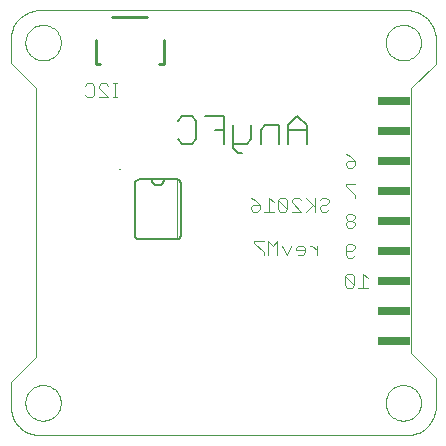
<source format=gbo>
G75*
G70*
%OFA0B0*%
%FSLAX24Y24*%
%IPPOS*%
%LPD*%
%AMOC8*
5,1,8,0,0,1.08239X$1,22.5*
%
%ADD10C,0.0000*%
%ADD11C,0.0040*%
%ADD12C,0.0080*%
%ADD13R,0.1100X0.0250*%
%ADD14C,0.0060*%
%ADD15C,0.0100*%
%ADD16C,0.0020*%
D10*
X011483Y005999D02*
X011483Y006796D01*
X012327Y007639D01*
X012327Y016577D01*
X011483Y017421D01*
X011483Y018203D01*
X011485Y018265D01*
X011491Y018326D01*
X011500Y018387D01*
X011514Y018448D01*
X011531Y018507D01*
X011552Y018565D01*
X011577Y018622D01*
X011605Y018677D01*
X011636Y018730D01*
X011671Y018781D01*
X011709Y018830D01*
X011750Y018877D01*
X011793Y018920D01*
X011840Y018961D01*
X011889Y018999D01*
X011940Y019034D01*
X011993Y019065D01*
X012048Y019093D01*
X012105Y019118D01*
X012163Y019139D01*
X012222Y019156D01*
X012283Y019170D01*
X012344Y019179D01*
X012405Y019185D01*
X012467Y019187D01*
X012467Y019188D02*
X024672Y019188D01*
X024672Y019187D02*
X024734Y019185D01*
X024795Y019179D01*
X024856Y019170D01*
X024917Y019156D01*
X024976Y019139D01*
X025034Y019118D01*
X025091Y019093D01*
X025146Y019065D01*
X025199Y019034D01*
X025250Y018999D01*
X025299Y018961D01*
X025346Y018920D01*
X025389Y018877D01*
X025430Y018830D01*
X025468Y018781D01*
X025503Y018730D01*
X025534Y018677D01*
X025562Y018622D01*
X025587Y018565D01*
X025608Y018507D01*
X025625Y018448D01*
X025639Y018387D01*
X025648Y018326D01*
X025654Y018265D01*
X025656Y018203D01*
X025656Y017406D01*
X024827Y016577D01*
X024827Y007764D01*
X025656Y006935D01*
X025656Y005999D01*
X025654Y005937D01*
X025648Y005876D01*
X025639Y005815D01*
X025625Y005754D01*
X025608Y005695D01*
X025587Y005637D01*
X025562Y005580D01*
X025534Y005525D01*
X025503Y005472D01*
X025468Y005421D01*
X025430Y005372D01*
X025389Y005325D01*
X025346Y005282D01*
X025299Y005241D01*
X025250Y005203D01*
X025199Y005168D01*
X025146Y005137D01*
X025091Y005109D01*
X025034Y005084D01*
X024976Y005063D01*
X024917Y005046D01*
X024856Y005032D01*
X024795Y005023D01*
X024734Y005017D01*
X024672Y005015D01*
X024672Y005014D02*
X012467Y005014D01*
X012467Y005015D02*
X012405Y005017D01*
X012344Y005023D01*
X012283Y005032D01*
X012222Y005046D01*
X012163Y005063D01*
X012105Y005084D01*
X012048Y005109D01*
X011993Y005137D01*
X011940Y005168D01*
X011889Y005203D01*
X011840Y005241D01*
X011793Y005282D01*
X011750Y005325D01*
X011709Y005372D01*
X011671Y005421D01*
X011636Y005472D01*
X011605Y005525D01*
X011577Y005580D01*
X011552Y005637D01*
X011531Y005695D01*
X011514Y005754D01*
X011500Y005815D01*
X011491Y005876D01*
X011485Y005937D01*
X011483Y005999D01*
X011975Y006097D02*
X011977Y006145D01*
X011983Y006193D01*
X011993Y006240D01*
X012006Y006286D01*
X012024Y006331D01*
X012044Y006375D01*
X012069Y006417D01*
X012097Y006456D01*
X012127Y006493D01*
X012161Y006527D01*
X012198Y006559D01*
X012236Y006588D01*
X012277Y006613D01*
X012320Y006635D01*
X012365Y006653D01*
X012411Y006667D01*
X012458Y006678D01*
X012506Y006685D01*
X012554Y006688D01*
X012602Y006687D01*
X012650Y006682D01*
X012698Y006673D01*
X012744Y006661D01*
X012789Y006644D01*
X012833Y006624D01*
X012875Y006601D01*
X012915Y006574D01*
X012953Y006544D01*
X012988Y006511D01*
X013020Y006475D01*
X013050Y006437D01*
X013076Y006396D01*
X013098Y006353D01*
X013118Y006309D01*
X013133Y006264D01*
X013145Y006217D01*
X013153Y006169D01*
X013157Y006121D01*
X013157Y006073D01*
X013153Y006025D01*
X013145Y005977D01*
X013133Y005930D01*
X013118Y005885D01*
X013098Y005841D01*
X013076Y005798D01*
X013050Y005757D01*
X013020Y005719D01*
X012988Y005683D01*
X012953Y005650D01*
X012915Y005620D01*
X012875Y005593D01*
X012833Y005570D01*
X012789Y005550D01*
X012744Y005533D01*
X012698Y005521D01*
X012650Y005512D01*
X012602Y005507D01*
X012554Y005506D01*
X012506Y005509D01*
X012458Y005516D01*
X012411Y005527D01*
X012365Y005541D01*
X012320Y005559D01*
X012277Y005581D01*
X012236Y005606D01*
X012198Y005635D01*
X012161Y005667D01*
X012127Y005701D01*
X012097Y005738D01*
X012069Y005777D01*
X012044Y005819D01*
X012024Y005863D01*
X012006Y005908D01*
X011993Y005954D01*
X011983Y006001D01*
X011977Y006049D01*
X011975Y006097D01*
X023983Y006097D02*
X023985Y006145D01*
X023991Y006193D01*
X024001Y006240D01*
X024014Y006286D01*
X024032Y006331D01*
X024052Y006375D01*
X024077Y006417D01*
X024105Y006456D01*
X024135Y006493D01*
X024169Y006527D01*
X024206Y006559D01*
X024244Y006588D01*
X024285Y006613D01*
X024328Y006635D01*
X024373Y006653D01*
X024419Y006667D01*
X024466Y006678D01*
X024514Y006685D01*
X024562Y006688D01*
X024610Y006687D01*
X024658Y006682D01*
X024706Y006673D01*
X024752Y006661D01*
X024797Y006644D01*
X024841Y006624D01*
X024883Y006601D01*
X024923Y006574D01*
X024961Y006544D01*
X024996Y006511D01*
X025028Y006475D01*
X025058Y006437D01*
X025084Y006396D01*
X025106Y006353D01*
X025126Y006309D01*
X025141Y006264D01*
X025153Y006217D01*
X025161Y006169D01*
X025165Y006121D01*
X025165Y006073D01*
X025161Y006025D01*
X025153Y005977D01*
X025141Y005930D01*
X025126Y005885D01*
X025106Y005841D01*
X025084Y005798D01*
X025058Y005757D01*
X025028Y005719D01*
X024996Y005683D01*
X024961Y005650D01*
X024923Y005620D01*
X024883Y005593D01*
X024841Y005570D01*
X024797Y005550D01*
X024752Y005533D01*
X024706Y005521D01*
X024658Y005512D01*
X024610Y005507D01*
X024562Y005506D01*
X024514Y005509D01*
X024466Y005516D01*
X024419Y005527D01*
X024373Y005541D01*
X024328Y005559D01*
X024285Y005581D01*
X024244Y005606D01*
X024206Y005635D01*
X024169Y005667D01*
X024135Y005701D01*
X024105Y005738D01*
X024077Y005777D01*
X024052Y005819D01*
X024032Y005863D01*
X024014Y005908D01*
X024001Y005954D01*
X023991Y006001D01*
X023985Y006049D01*
X023983Y006097D01*
X023983Y018105D02*
X023985Y018153D01*
X023991Y018201D01*
X024001Y018248D01*
X024014Y018294D01*
X024032Y018339D01*
X024052Y018383D01*
X024077Y018425D01*
X024105Y018464D01*
X024135Y018501D01*
X024169Y018535D01*
X024206Y018567D01*
X024244Y018596D01*
X024285Y018621D01*
X024328Y018643D01*
X024373Y018661D01*
X024419Y018675D01*
X024466Y018686D01*
X024514Y018693D01*
X024562Y018696D01*
X024610Y018695D01*
X024658Y018690D01*
X024706Y018681D01*
X024752Y018669D01*
X024797Y018652D01*
X024841Y018632D01*
X024883Y018609D01*
X024923Y018582D01*
X024961Y018552D01*
X024996Y018519D01*
X025028Y018483D01*
X025058Y018445D01*
X025084Y018404D01*
X025106Y018361D01*
X025126Y018317D01*
X025141Y018272D01*
X025153Y018225D01*
X025161Y018177D01*
X025165Y018129D01*
X025165Y018081D01*
X025161Y018033D01*
X025153Y017985D01*
X025141Y017938D01*
X025126Y017893D01*
X025106Y017849D01*
X025084Y017806D01*
X025058Y017765D01*
X025028Y017727D01*
X024996Y017691D01*
X024961Y017658D01*
X024923Y017628D01*
X024883Y017601D01*
X024841Y017578D01*
X024797Y017558D01*
X024752Y017541D01*
X024706Y017529D01*
X024658Y017520D01*
X024610Y017515D01*
X024562Y017514D01*
X024514Y017517D01*
X024466Y017524D01*
X024419Y017535D01*
X024373Y017549D01*
X024328Y017567D01*
X024285Y017589D01*
X024244Y017614D01*
X024206Y017643D01*
X024169Y017675D01*
X024135Y017709D01*
X024105Y017746D01*
X024077Y017785D01*
X024052Y017827D01*
X024032Y017871D01*
X024014Y017916D01*
X024001Y017962D01*
X023991Y018009D01*
X023985Y018057D01*
X023983Y018105D01*
X011975Y018105D02*
X011977Y018153D01*
X011983Y018201D01*
X011993Y018248D01*
X012006Y018294D01*
X012024Y018339D01*
X012044Y018383D01*
X012069Y018425D01*
X012097Y018464D01*
X012127Y018501D01*
X012161Y018535D01*
X012198Y018567D01*
X012236Y018596D01*
X012277Y018621D01*
X012320Y018643D01*
X012365Y018661D01*
X012411Y018675D01*
X012458Y018686D01*
X012506Y018693D01*
X012554Y018696D01*
X012602Y018695D01*
X012650Y018690D01*
X012698Y018681D01*
X012744Y018669D01*
X012789Y018652D01*
X012833Y018632D01*
X012875Y018609D01*
X012915Y018582D01*
X012953Y018552D01*
X012988Y018519D01*
X013020Y018483D01*
X013050Y018445D01*
X013076Y018404D01*
X013098Y018361D01*
X013118Y018317D01*
X013133Y018272D01*
X013145Y018225D01*
X013153Y018177D01*
X013157Y018129D01*
X013157Y018081D01*
X013153Y018033D01*
X013145Y017985D01*
X013133Y017938D01*
X013118Y017893D01*
X013098Y017849D01*
X013076Y017806D01*
X013050Y017765D01*
X013020Y017727D01*
X012988Y017691D01*
X012953Y017658D01*
X012915Y017628D01*
X012875Y017601D01*
X012833Y017578D01*
X012789Y017558D01*
X012744Y017541D01*
X012698Y017529D01*
X012650Y017520D01*
X012602Y017515D01*
X012554Y017514D01*
X012506Y017517D01*
X012458Y017524D01*
X012411Y017535D01*
X012365Y017549D01*
X012320Y017567D01*
X012277Y017589D01*
X012236Y017614D01*
X012198Y017643D01*
X012161Y017675D01*
X012127Y017709D01*
X012097Y017746D01*
X012069Y017785D01*
X012044Y017827D01*
X012024Y017871D01*
X012006Y017916D01*
X011993Y017962D01*
X011983Y018009D01*
X011977Y018057D01*
X011975Y018105D01*
D11*
X013960Y016668D02*
X014037Y016745D01*
X014191Y016745D01*
X014267Y016668D01*
X014267Y016361D01*
X014191Y016284D01*
X014037Y016284D01*
X013960Y016361D01*
X014421Y016284D02*
X014728Y016284D01*
X014421Y016591D01*
X014421Y016668D01*
X014497Y016745D01*
X014651Y016745D01*
X014728Y016668D01*
X014881Y016745D02*
X015035Y016745D01*
X014958Y016745D02*
X014958Y016284D01*
X015035Y016284D02*
X014881Y016284D01*
X019479Y012932D02*
X019633Y012856D01*
X019786Y012702D01*
X019556Y012702D01*
X019479Y012625D01*
X019479Y012549D01*
X019556Y012472D01*
X019709Y012472D01*
X019786Y012549D01*
X019786Y012702D01*
X019940Y012472D02*
X020247Y012472D01*
X020093Y012472D02*
X020093Y012932D01*
X020247Y012779D01*
X020400Y012856D02*
X020707Y012549D01*
X020630Y012472D01*
X020477Y012472D01*
X020400Y012549D01*
X020400Y012856D01*
X020477Y012932D01*
X020630Y012932D01*
X020707Y012856D01*
X020707Y012549D01*
X020860Y012472D02*
X021167Y012472D01*
X020860Y012779D01*
X020860Y012856D01*
X020937Y012932D01*
X021091Y012932D01*
X021167Y012856D01*
X021321Y012932D02*
X021628Y012625D01*
X021551Y012702D02*
X021321Y012472D01*
X021628Y012472D02*
X021628Y012932D01*
X021781Y012856D02*
X021858Y012932D01*
X022011Y012932D01*
X022088Y012856D01*
X022088Y012779D01*
X022011Y012702D01*
X021858Y012702D01*
X021781Y012625D01*
X021781Y012549D01*
X021858Y012472D01*
X022011Y012472D01*
X022088Y012549D01*
X022648Y012324D02*
X022648Y012248D01*
X022725Y012171D01*
X022878Y012171D01*
X022955Y012248D01*
X022955Y012324D01*
X022878Y012401D01*
X022725Y012401D01*
X022648Y012324D01*
X022725Y012171D02*
X022648Y012094D01*
X022648Y012017D01*
X022725Y011941D01*
X022878Y011941D01*
X022955Y012017D01*
X022955Y012094D01*
X022878Y012171D01*
X022878Y011401D02*
X022955Y011324D01*
X022955Y011248D01*
X022878Y011171D01*
X022648Y011171D01*
X022648Y011324D02*
X022648Y011017D01*
X022725Y010941D01*
X022878Y010941D01*
X022955Y011017D01*
X022878Y011401D02*
X022725Y011401D01*
X022648Y011324D01*
X021682Y011341D02*
X021682Y011034D01*
X021682Y011188D02*
X021528Y011341D01*
X021452Y011341D01*
X021298Y011265D02*
X021221Y011341D01*
X021068Y011341D01*
X020991Y011265D01*
X020991Y011188D01*
X021298Y011188D01*
X021298Y011111D02*
X021298Y011265D01*
X021298Y011111D02*
X021221Y011034D01*
X021068Y011034D01*
X020684Y011034D02*
X020531Y011341D01*
X020377Y011495D02*
X020224Y011341D01*
X020070Y011495D01*
X020070Y011034D01*
X019917Y011034D02*
X019917Y011111D01*
X019610Y011418D01*
X019610Y011495D01*
X019917Y011495D01*
X020377Y011495D02*
X020377Y011034D01*
X020684Y011034D02*
X020838Y011341D01*
X022617Y010324D02*
X022924Y010017D01*
X022847Y009941D01*
X022693Y009941D01*
X022617Y010017D01*
X022617Y010324D01*
X022693Y010401D01*
X022847Y010401D01*
X022924Y010324D01*
X022924Y010017D01*
X023077Y009941D02*
X023384Y009941D01*
X023230Y009941D02*
X023230Y010401D01*
X023384Y010248D01*
X022955Y012941D02*
X022955Y013017D01*
X022648Y013324D01*
X022648Y013401D01*
X022955Y013401D01*
X022878Y013941D02*
X022725Y013941D01*
X022648Y014017D01*
X022648Y014094D01*
X022725Y014171D01*
X022955Y014171D01*
X022955Y014017D01*
X022878Y013941D01*
X022955Y014171D02*
X022801Y014324D01*
X022648Y014401D01*
D12*
X021349Y014742D02*
X021349Y015356D01*
X021042Y015663D01*
X020736Y015356D01*
X020736Y014742D01*
X020429Y014742D02*
X020429Y015356D01*
X019968Y015356D01*
X019815Y015202D01*
X019815Y014742D01*
X019508Y014895D02*
X019354Y014742D01*
X018894Y014742D01*
X018894Y014588D02*
X019047Y014435D01*
X019201Y014435D01*
X018894Y014588D02*
X018894Y015356D01*
X018587Y015202D02*
X018280Y015202D01*
X018587Y014742D02*
X018587Y015663D01*
X017973Y015663D01*
X017666Y015509D02*
X017666Y014895D01*
X017513Y014742D01*
X017206Y014742D01*
X017052Y014895D01*
X017052Y015509D02*
X017206Y015663D01*
X017513Y015663D01*
X017666Y015509D01*
X019508Y015356D02*
X019508Y014895D01*
X020736Y015202D02*
X021349Y015202D01*
D13*
X024277Y015171D03*
X024277Y016171D03*
X024277Y014171D03*
X024277Y013171D03*
X024277Y012171D03*
X024277Y011171D03*
X024277Y010171D03*
X024277Y009171D03*
X024277Y008171D03*
D14*
X017159Y011696D02*
X017159Y013396D01*
X017157Y013419D01*
X017152Y013442D01*
X017143Y013464D01*
X017130Y013484D01*
X017115Y013502D01*
X017097Y013517D01*
X017077Y013530D01*
X017055Y013539D01*
X017032Y013544D01*
X017009Y013546D01*
X015769Y013546D01*
X015746Y013544D01*
X015723Y013539D01*
X015701Y013530D01*
X015681Y013517D01*
X015663Y013502D01*
X015648Y013484D01*
X015635Y013464D01*
X015626Y013442D01*
X015621Y013419D01*
X015619Y013396D01*
X015619Y011696D01*
X015621Y011673D01*
X015626Y011650D01*
X015635Y011628D01*
X015648Y011608D01*
X015663Y011590D01*
X015681Y011575D01*
X015701Y011562D01*
X015723Y011553D01*
X015746Y011548D01*
X015769Y011546D01*
X017009Y011546D01*
X017032Y011548D01*
X017055Y011553D01*
X017077Y011562D01*
X017097Y011575D01*
X017115Y011590D01*
X017130Y011608D01*
X017143Y011628D01*
X017152Y011650D01*
X017157Y011673D01*
X017159Y011696D01*
X016589Y013546D02*
X016587Y013519D01*
X016582Y013492D01*
X016572Y013466D01*
X016560Y013442D01*
X016544Y013420D01*
X016526Y013400D01*
X016504Y013383D01*
X016481Y013368D01*
X016456Y013358D01*
X016430Y013350D01*
X016403Y013346D01*
X016375Y013346D01*
X016348Y013350D01*
X016322Y013358D01*
X016297Y013368D01*
X016274Y013383D01*
X016252Y013400D01*
X016234Y013420D01*
X016218Y013442D01*
X016206Y013466D01*
X016196Y013492D01*
X016191Y013519D01*
X016189Y013546D01*
X015139Y013885D02*
X015139Y013893D01*
D15*
X014468Y017396D02*
X014321Y017396D01*
X014321Y018193D01*
X014861Y018969D02*
X016042Y018969D01*
X016583Y018193D02*
X016583Y017396D01*
X016436Y017396D01*
D16*
X017019Y013546D02*
X017019Y011546D01*
M02*

</source>
